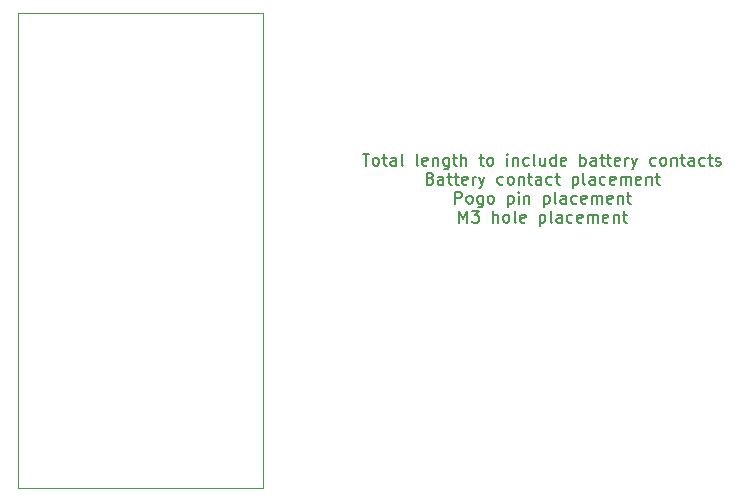
<source format=gbr>
%TF.GenerationSoftware,KiCad,Pcbnew,(6.0.9)*%
%TF.CreationDate,2022-12-23T14:19:27+01:00*%
%TF.ProjectId,Gigaset-Debug-Adapter,47696761-7365-4742-9d44-656275672d41,rev?*%
%TF.SameCoordinates,Original*%
%TF.FileFunction,Profile,NP*%
%FSLAX46Y46*%
G04 Gerber Fmt 4.6, Leading zero omitted, Abs format (unit mm)*
G04 Created by KiCad (PCBNEW (6.0.9)) date 2022-12-23 14:19:27*
%MOMM*%
%LPD*%
G01*
G04 APERTURE LIST*
%TA.AperFunction,Profile*%
%ADD10C,0.100000*%
%TD*%
%ADD11C,0.150000*%
G04 APERTURE END LIST*
D10*
X70680000Y-42250000D02*
X91400000Y-42250000D01*
X91400000Y-42250000D02*
X91400000Y-82450000D01*
X91400000Y-82450000D02*
X70680000Y-82450000D01*
X70680000Y-82450000D02*
X70680000Y-42250000D01*
D11*
X99847714Y-54187380D02*
X100419142Y-54187380D01*
X100133428Y-55187380D02*
X100133428Y-54187380D01*
X100895333Y-55187380D02*
X100800095Y-55139761D01*
X100752476Y-55092142D01*
X100704857Y-54996904D01*
X100704857Y-54711190D01*
X100752476Y-54615952D01*
X100800095Y-54568333D01*
X100895333Y-54520714D01*
X101038190Y-54520714D01*
X101133428Y-54568333D01*
X101181047Y-54615952D01*
X101228666Y-54711190D01*
X101228666Y-54996904D01*
X101181047Y-55092142D01*
X101133428Y-55139761D01*
X101038190Y-55187380D01*
X100895333Y-55187380D01*
X101514380Y-54520714D02*
X101895333Y-54520714D01*
X101657238Y-54187380D02*
X101657238Y-55044523D01*
X101704857Y-55139761D01*
X101800095Y-55187380D01*
X101895333Y-55187380D01*
X102657238Y-55187380D02*
X102657238Y-54663571D01*
X102609619Y-54568333D01*
X102514380Y-54520714D01*
X102323904Y-54520714D01*
X102228666Y-54568333D01*
X102657238Y-55139761D02*
X102561999Y-55187380D01*
X102323904Y-55187380D01*
X102228666Y-55139761D01*
X102181047Y-55044523D01*
X102181047Y-54949285D01*
X102228666Y-54854047D01*
X102323904Y-54806428D01*
X102561999Y-54806428D01*
X102657238Y-54758809D01*
X103276285Y-55187380D02*
X103181047Y-55139761D01*
X103133428Y-55044523D01*
X103133428Y-54187380D01*
X104561999Y-55187380D02*
X104466761Y-55139761D01*
X104419142Y-55044523D01*
X104419142Y-54187380D01*
X105323904Y-55139761D02*
X105228666Y-55187380D01*
X105038190Y-55187380D01*
X104942952Y-55139761D01*
X104895333Y-55044523D01*
X104895333Y-54663571D01*
X104942952Y-54568333D01*
X105038190Y-54520714D01*
X105228666Y-54520714D01*
X105323904Y-54568333D01*
X105371523Y-54663571D01*
X105371523Y-54758809D01*
X104895333Y-54854047D01*
X105800095Y-54520714D02*
X105800095Y-55187380D01*
X105800095Y-54615952D02*
X105847714Y-54568333D01*
X105942952Y-54520714D01*
X106085809Y-54520714D01*
X106181047Y-54568333D01*
X106228666Y-54663571D01*
X106228666Y-55187380D01*
X107133428Y-54520714D02*
X107133428Y-55330238D01*
X107085809Y-55425476D01*
X107038190Y-55473095D01*
X106942952Y-55520714D01*
X106800095Y-55520714D01*
X106704857Y-55473095D01*
X107133428Y-55139761D02*
X107038190Y-55187380D01*
X106847714Y-55187380D01*
X106752476Y-55139761D01*
X106704857Y-55092142D01*
X106657238Y-54996904D01*
X106657238Y-54711190D01*
X106704857Y-54615952D01*
X106752476Y-54568333D01*
X106847714Y-54520714D01*
X107038190Y-54520714D01*
X107133428Y-54568333D01*
X107466761Y-54520714D02*
X107847714Y-54520714D01*
X107609619Y-54187380D02*
X107609619Y-55044523D01*
X107657238Y-55139761D01*
X107752476Y-55187380D01*
X107847714Y-55187380D01*
X108181047Y-55187380D02*
X108181047Y-54187380D01*
X108609619Y-55187380D02*
X108609619Y-54663571D01*
X108561999Y-54568333D01*
X108466761Y-54520714D01*
X108323904Y-54520714D01*
X108228666Y-54568333D01*
X108181047Y-54615952D01*
X109704857Y-54520714D02*
X110085809Y-54520714D01*
X109847714Y-54187380D02*
X109847714Y-55044523D01*
X109895333Y-55139761D01*
X109990571Y-55187380D01*
X110085809Y-55187380D01*
X110561999Y-55187380D02*
X110466761Y-55139761D01*
X110419142Y-55092142D01*
X110371523Y-54996904D01*
X110371523Y-54711190D01*
X110419142Y-54615952D01*
X110466761Y-54568333D01*
X110561999Y-54520714D01*
X110704857Y-54520714D01*
X110800095Y-54568333D01*
X110847714Y-54615952D01*
X110895333Y-54711190D01*
X110895333Y-54996904D01*
X110847714Y-55092142D01*
X110800095Y-55139761D01*
X110704857Y-55187380D01*
X110561999Y-55187380D01*
X112085809Y-55187380D02*
X112085809Y-54520714D01*
X112085809Y-54187380D02*
X112038190Y-54235000D01*
X112085809Y-54282619D01*
X112133428Y-54235000D01*
X112085809Y-54187380D01*
X112085809Y-54282619D01*
X112561999Y-54520714D02*
X112561999Y-55187380D01*
X112561999Y-54615952D02*
X112609619Y-54568333D01*
X112704857Y-54520714D01*
X112847714Y-54520714D01*
X112942952Y-54568333D01*
X112990571Y-54663571D01*
X112990571Y-55187380D01*
X113895333Y-55139761D02*
X113800095Y-55187380D01*
X113609619Y-55187380D01*
X113514380Y-55139761D01*
X113466761Y-55092142D01*
X113419142Y-54996904D01*
X113419142Y-54711190D01*
X113466761Y-54615952D01*
X113514380Y-54568333D01*
X113609619Y-54520714D01*
X113800095Y-54520714D01*
X113895333Y-54568333D01*
X114466761Y-55187380D02*
X114371523Y-55139761D01*
X114323904Y-55044523D01*
X114323904Y-54187380D01*
X115276285Y-54520714D02*
X115276285Y-55187380D01*
X114847714Y-54520714D02*
X114847714Y-55044523D01*
X114895333Y-55139761D01*
X114990571Y-55187380D01*
X115133428Y-55187380D01*
X115228666Y-55139761D01*
X115276285Y-55092142D01*
X116181047Y-55187380D02*
X116181047Y-54187380D01*
X116181047Y-55139761D02*
X116085809Y-55187380D01*
X115895333Y-55187380D01*
X115800095Y-55139761D01*
X115752476Y-55092142D01*
X115704857Y-54996904D01*
X115704857Y-54711190D01*
X115752476Y-54615952D01*
X115800095Y-54568333D01*
X115895333Y-54520714D01*
X116085809Y-54520714D01*
X116181047Y-54568333D01*
X117038190Y-55139761D02*
X116942952Y-55187380D01*
X116752476Y-55187380D01*
X116657238Y-55139761D01*
X116609619Y-55044523D01*
X116609619Y-54663571D01*
X116657238Y-54568333D01*
X116752476Y-54520714D01*
X116942952Y-54520714D01*
X117038190Y-54568333D01*
X117085809Y-54663571D01*
X117085809Y-54758809D01*
X116609619Y-54854047D01*
X118276285Y-55187380D02*
X118276285Y-54187380D01*
X118276285Y-54568333D02*
X118371523Y-54520714D01*
X118561999Y-54520714D01*
X118657238Y-54568333D01*
X118704857Y-54615952D01*
X118752476Y-54711190D01*
X118752476Y-54996904D01*
X118704857Y-55092142D01*
X118657238Y-55139761D01*
X118561999Y-55187380D01*
X118371523Y-55187380D01*
X118276285Y-55139761D01*
X119609619Y-55187380D02*
X119609619Y-54663571D01*
X119561999Y-54568333D01*
X119466761Y-54520714D01*
X119276285Y-54520714D01*
X119181047Y-54568333D01*
X119609619Y-55139761D02*
X119514380Y-55187380D01*
X119276285Y-55187380D01*
X119181047Y-55139761D01*
X119133428Y-55044523D01*
X119133428Y-54949285D01*
X119181047Y-54854047D01*
X119276285Y-54806428D01*
X119514380Y-54806428D01*
X119609619Y-54758809D01*
X119942952Y-54520714D02*
X120323904Y-54520714D01*
X120085809Y-54187380D02*
X120085809Y-55044523D01*
X120133428Y-55139761D01*
X120228666Y-55187380D01*
X120323904Y-55187380D01*
X120514380Y-54520714D02*
X120895333Y-54520714D01*
X120657238Y-54187380D02*
X120657238Y-55044523D01*
X120704857Y-55139761D01*
X120800095Y-55187380D01*
X120895333Y-55187380D01*
X121609619Y-55139761D02*
X121514380Y-55187380D01*
X121323904Y-55187380D01*
X121228666Y-55139761D01*
X121181047Y-55044523D01*
X121181047Y-54663571D01*
X121228666Y-54568333D01*
X121323904Y-54520714D01*
X121514380Y-54520714D01*
X121609619Y-54568333D01*
X121657238Y-54663571D01*
X121657238Y-54758809D01*
X121181047Y-54854047D01*
X122085809Y-55187380D02*
X122085809Y-54520714D01*
X122085809Y-54711190D02*
X122133428Y-54615952D01*
X122181047Y-54568333D01*
X122276285Y-54520714D01*
X122371523Y-54520714D01*
X122609619Y-54520714D02*
X122847714Y-55187380D01*
X123085809Y-54520714D02*
X122847714Y-55187380D01*
X122752476Y-55425476D01*
X122704857Y-55473095D01*
X122609619Y-55520714D01*
X124657238Y-55139761D02*
X124561999Y-55187380D01*
X124371523Y-55187380D01*
X124276285Y-55139761D01*
X124228666Y-55092142D01*
X124181047Y-54996904D01*
X124181047Y-54711190D01*
X124228666Y-54615952D01*
X124276285Y-54568333D01*
X124371523Y-54520714D01*
X124561999Y-54520714D01*
X124657238Y-54568333D01*
X125228666Y-55187380D02*
X125133428Y-55139761D01*
X125085809Y-55092142D01*
X125038190Y-54996904D01*
X125038190Y-54711190D01*
X125085809Y-54615952D01*
X125133428Y-54568333D01*
X125228666Y-54520714D01*
X125371523Y-54520714D01*
X125466761Y-54568333D01*
X125514380Y-54615952D01*
X125561999Y-54711190D01*
X125561999Y-54996904D01*
X125514380Y-55092142D01*
X125466761Y-55139761D01*
X125371523Y-55187380D01*
X125228666Y-55187380D01*
X125990571Y-54520714D02*
X125990571Y-55187380D01*
X125990571Y-54615952D02*
X126038190Y-54568333D01*
X126133428Y-54520714D01*
X126276285Y-54520714D01*
X126371523Y-54568333D01*
X126419142Y-54663571D01*
X126419142Y-55187380D01*
X126752476Y-54520714D02*
X127133428Y-54520714D01*
X126895333Y-54187380D02*
X126895333Y-55044523D01*
X126942952Y-55139761D01*
X127038190Y-55187380D01*
X127133428Y-55187380D01*
X127895333Y-55187380D02*
X127895333Y-54663571D01*
X127847714Y-54568333D01*
X127752476Y-54520714D01*
X127561999Y-54520714D01*
X127466761Y-54568333D01*
X127895333Y-55139761D02*
X127800095Y-55187380D01*
X127561999Y-55187380D01*
X127466761Y-55139761D01*
X127419142Y-55044523D01*
X127419142Y-54949285D01*
X127466761Y-54854047D01*
X127561999Y-54806428D01*
X127800095Y-54806428D01*
X127895333Y-54758809D01*
X128800095Y-55139761D02*
X128704857Y-55187380D01*
X128514380Y-55187380D01*
X128419142Y-55139761D01*
X128371523Y-55092142D01*
X128323904Y-54996904D01*
X128323904Y-54711190D01*
X128371523Y-54615952D01*
X128419142Y-54568333D01*
X128514380Y-54520714D01*
X128704857Y-54520714D01*
X128800095Y-54568333D01*
X129085809Y-54520714D02*
X129466761Y-54520714D01*
X129228666Y-54187380D02*
X129228666Y-55044523D01*
X129276285Y-55139761D01*
X129371523Y-55187380D01*
X129466761Y-55187380D01*
X129752476Y-55139761D02*
X129847714Y-55187380D01*
X130038190Y-55187380D01*
X130133428Y-55139761D01*
X130181047Y-55044523D01*
X130181047Y-54996904D01*
X130133428Y-54901666D01*
X130038190Y-54854047D01*
X129895333Y-54854047D01*
X129800095Y-54806428D01*
X129752476Y-54711190D01*
X129752476Y-54663571D01*
X129800095Y-54568333D01*
X129895333Y-54520714D01*
X130038190Y-54520714D01*
X130133428Y-54568333D01*
X105585809Y-56273571D02*
X105728666Y-56321190D01*
X105776285Y-56368809D01*
X105823904Y-56464047D01*
X105823904Y-56606904D01*
X105776285Y-56702142D01*
X105728666Y-56749761D01*
X105633428Y-56797380D01*
X105252476Y-56797380D01*
X105252476Y-55797380D01*
X105585809Y-55797380D01*
X105681047Y-55845000D01*
X105728666Y-55892619D01*
X105776285Y-55987857D01*
X105776285Y-56083095D01*
X105728666Y-56178333D01*
X105681047Y-56225952D01*
X105585809Y-56273571D01*
X105252476Y-56273571D01*
X106681047Y-56797380D02*
X106681047Y-56273571D01*
X106633428Y-56178333D01*
X106538190Y-56130714D01*
X106347714Y-56130714D01*
X106252476Y-56178333D01*
X106681047Y-56749761D02*
X106585809Y-56797380D01*
X106347714Y-56797380D01*
X106252476Y-56749761D01*
X106204857Y-56654523D01*
X106204857Y-56559285D01*
X106252476Y-56464047D01*
X106347714Y-56416428D01*
X106585809Y-56416428D01*
X106681047Y-56368809D01*
X107014380Y-56130714D02*
X107395333Y-56130714D01*
X107157238Y-55797380D02*
X107157238Y-56654523D01*
X107204857Y-56749761D01*
X107300095Y-56797380D01*
X107395333Y-56797380D01*
X107585809Y-56130714D02*
X107966761Y-56130714D01*
X107728666Y-55797380D02*
X107728666Y-56654523D01*
X107776285Y-56749761D01*
X107871523Y-56797380D01*
X107966761Y-56797380D01*
X108681047Y-56749761D02*
X108585809Y-56797380D01*
X108395333Y-56797380D01*
X108300095Y-56749761D01*
X108252476Y-56654523D01*
X108252476Y-56273571D01*
X108300095Y-56178333D01*
X108395333Y-56130714D01*
X108585809Y-56130714D01*
X108681047Y-56178333D01*
X108728666Y-56273571D01*
X108728666Y-56368809D01*
X108252476Y-56464047D01*
X109157238Y-56797380D02*
X109157238Y-56130714D01*
X109157238Y-56321190D02*
X109204857Y-56225952D01*
X109252476Y-56178333D01*
X109347714Y-56130714D01*
X109442952Y-56130714D01*
X109681047Y-56130714D02*
X109919142Y-56797380D01*
X110157238Y-56130714D02*
X109919142Y-56797380D01*
X109823904Y-57035476D01*
X109776285Y-57083095D01*
X109681047Y-57130714D01*
X111728666Y-56749761D02*
X111633428Y-56797380D01*
X111442952Y-56797380D01*
X111347714Y-56749761D01*
X111300095Y-56702142D01*
X111252476Y-56606904D01*
X111252476Y-56321190D01*
X111300095Y-56225952D01*
X111347714Y-56178333D01*
X111442952Y-56130714D01*
X111633428Y-56130714D01*
X111728666Y-56178333D01*
X112300095Y-56797380D02*
X112204857Y-56749761D01*
X112157238Y-56702142D01*
X112109619Y-56606904D01*
X112109619Y-56321190D01*
X112157238Y-56225952D01*
X112204857Y-56178333D01*
X112300095Y-56130714D01*
X112442952Y-56130714D01*
X112538190Y-56178333D01*
X112585809Y-56225952D01*
X112633428Y-56321190D01*
X112633428Y-56606904D01*
X112585809Y-56702142D01*
X112538190Y-56749761D01*
X112442952Y-56797380D01*
X112300095Y-56797380D01*
X113062000Y-56130714D02*
X113062000Y-56797380D01*
X113062000Y-56225952D02*
X113109619Y-56178333D01*
X113204857Y-56130714D01*
X113347714Y-56130714D01*
X113442952Y-56178333D01*
X113490571Y-56273571D01*
X113490571Y-56797380D01*
X113823904Y-56130714D02*
X114204857Y-56130714D01*
X113966761Y-55797380D02*
X113966761Y-56654523D01*
X114014380Y-56749761D01*
X114109619Y-56797380D01*
X114204857Y-56797380D01*
X114966761Y-56797380D02*
X114966761Y-56273571D01*
X114919142Y-56178333D01*
X114823904Y-56130714D01*
X114633428Y-56130714D01*
X114538190Y-56178333D01*
X114966761Y-56749761D02*
X114871523Y-56797380D01*
X114633428Y-56797380D01*
X114538190Y-56749761D01*
X114490571Y-56654523D01*
X114490571Y-56559285D01*
X114538190Y-56464047D01*
X114633428Y-56416428D01*
X114871523Y-56416428D01*
X114966761Y-56368809D01*
X115871523Y-56749761D02*
X115776285Y-56797380D01*
X115585809Y-56797380D01*
X115490571Y-56749761D01*
X115442952Y-56702142D01*
X115395333Y-56606904D01*
X115395333Y-56321190D01*
X115442952Y-56225952D01*
X115490571Y-56178333D01*
X115585809Y-56130714D01*
X115776285Y-56130714D01*
X115871523Y-56178333D01*
X116157238Y-56130714D02*
X116538190Y-56130714D01*
X116300095Y-55797380D02*
X116300095Y-56654523D01*
X116347714Y-56749761D01*
X116442952Y-56797380D01*
X116538190Y-56797380D01*
X117633428Y-56130714D02*
X117633428Y-57130714D01*
X117633428Y-56178333D02*
X117728666Y-56130714D01*
X117919142Y-56130714D01*
X118014380Y-56178333D01*
X118062000Y-56225952D01*
X118109619Y-56321190D01*
X118109619Y-56606904D01*
X118062000Y-56702142D01*
X118014380Y-56749761D01*
X117919142Y-56797380D01*
X117728666Y-56797380D01*
X117633428Y-56749761D01*
X118681047Y-56797380D02*
X118585809Y-56749761D01*
X118538190Y-56654523D01*
X118538190Y-55797380D01*
X119490571Y-56797380D02*
X119490571Y-56273571D01*
X119442952Y-56178333D01*
X119347714Y-56130714D01*
X119157238Y-56130714D01*
X119062000Y-56178333D01*
X119490571Y-56749761D02*
X119395333Y-56797380D01*
X119157238Y-56797380D01*
X119062000Y-56749761D01*
X119014380Y-56654523D01*
X119014380Y-56559285D01*
X119062000Y-56464047D01*
X119157238Y-56416428D01*
X119395333Y-56416428D01*
X119490571Y-56368809D01*
X120395333Y-56749761D02*
X120300095Y-56797380D01*
X120109619Y-56797380D01*
X120014380Y-56749761D01*
X119966761Y-56702142D01*
X119919142Y-56606904D01*
X119919142Y-56321190D01*
X119966761Y-56225952D01*
X120014380Y-56178333D01*
X120109619Y-56130714D01*
X120300095Y-56130714D01*
X120395333Y-56178333D01*
X121204857Y-56749761D02*
X121109619Y-56797380D01*
X120919142Y-56797380D01*
X120823904Y-56749761D01*
X120776285Y-56654523D01*
X120776285Y-56273571D01*
X120823904Y-56178333D01*
X120919142Y-56130714D01*
X121109619Y-56130714D01*
X121204857Y-56178333D01*
X121252476Y-56273571D01*
X121252476Y-56368809D01*
X120776285Y-56464047D01*
X121681047Y-56797380D02*
X121681047Y-56130714D01*
X121681047Y-56225952D02*
X121728666Y-56178333D01*
X121823904Y-56130714D01*
X121966761Y-56130714D01*
X122062000Y-56178333D01*
X122109619Y-56273571D01*
X122109619Y-56797380D01*
X122109619Y-56273571D02*
X122157238Y-56178333D01*
X122252476Y-56130714D01*
X122395333Y-56130714D01*
X122490571Y-56178333D01*
X122538190Y-56273571D01*
X122538190Y-56797380D01*
X123395333Y-56749761D02*
X123300095Y-56797380D01*
X123109619Y-56797380D01*
X123014380Y-56749761D01*
X122966761Y-56654523D01*
X122966761Y-56273571D01*
X123014380Y-56178333D01*
X123109619Y-56130714D01*
X123300095Y-56130714D01*
X123395333Y-56178333D01*
X123442952Y-56273571D01*
X123442952Y-56368809D01*
X122966761Y-56464047D01*
X123871523Y-56130714D02*
X123871523Y-56797380D01*
X123871523Y-56225952D02*
X123919142Y-56178333D01*
X124014380Y-56130714D01*
X124157238Y-56130714D01*
X124252476Y-56178333D01*
X124300095Y-56273571D01*
X124300095Y-56797380D01*
X124633428Y-56130714D02*
X125014380Y-56130714D01*
X124776285Y-55797380D02*
X124776285Y-56654523D01*
X124823904Y-56749761D01*
X124919142Y-56797380D01*
X125014380Y-56797380D01*
X107681047Y-58407380D02*
X107681047Y-57407380D01*
X108061999Y-57407380D01*
X108157238Y-57455000D01*
X108204857Y-57502619D01*
X108252476Y-57597857D01*
X108252476Y-57740714D01*
X108204857Y-57835952D01*
X108157238Y-57883571D01*
X108061999Y-57931190D01*
X107681047Y-57931190D01*
X108823904Y-58407380D02*
X108728666Y-58359761D01*
X108681047Y-58312142D01*
X108633428Y-58216904D01*
X108633428Y-57931190D01*
X108681047Y-57835952D01*
X108728666Y-57788333D01*
X108823904Y-57740714D01*
X108966761Y-57740714D01*
X109061999Y-57788333D01*
X109109619Y-57835952D01*
X109157238Y-57931190D01*
X109157238Y-58216904D01*
X109109619Y-58312142D01*
X109061999Y-58359761D01*
X108966761Y-58407380D01*
X108823904Y-58407380D01*
X110014380Y-57740714D02*
X110014380Y-58550238D01*
X109966761Y-58645476D01*
X109919142Y-58693095D01*
X109823904Y-58740714D01*
X109681047Y-58740714D01*
X109585809Y-58693095D01*
X110014380Y-58359761D02*
X109919142Y-58407380D01*
X109728666Y-58407380D01*
X109633428Y-58359761D01*
X109585809Y-58312142D01*
X109538190Y-58216904D01*
X109538190Y-57931190D01*
X109585809Y-57835952D01*
X109633428Y-57788333D01*
X109728666Y-57740714D01*
X109919142Y-57740714D01*
X110014380Y-57788333D01*
X110633428Y-58407380D02*
X110538190Y-58359761D01*
X110490571Y-58312142D01*
X110442952Y-58216904D01*
X110442952Y-57931190D01*
X110490571Y-57835952D01*
X110538190Y-57788333D01*
X110633428Y-57740714D01*
X110776285Y-57740714D01*
X110871523Y-57788333D01*
X110919142Y-57835952D01*
X110966761Y-57931190D01*
X110966761Y-58216904D01*
X110919142Y-58312142D01*
X110871523Y-58359761D01*
X110776285Y-58407380D01*
X110633428Y-58407380D01*
X112157238Y-57740714D02*
X112157238Y-58740714D01*
X112157238Y-57788333D02*
X112252476Y-57740714D01*
X112442952Y-57740714D01*
X112538190Y-57788333D01*
X112585809Y-57835952D01*
X112633428Y-57931190D01*
X112633428Y-58216904D01*
X112585809Y-58312142D01*
X112538190Y-58359761D01*
X112442952Y-58407380D01*
X112252476Y-58407380D01*
X112157238Y-58359761D01*
X113061999Y-58407380D02*
X113061999Y-57740714D01*
X113061999Y-57407380D02*
X113014380Y-57455000D01*
X113061999Y-57502619D01*
X113109619Y-57455000D01*
X113061999Y-57407380D01*
X113061999Y-57502619D01*
X113538190Y-57740714D02*
X113538190Y-58407380D01*
X113538190Y-57835952D02*
X113585809Y-57788333D01*
X113681047Y-57740714D01*
X113823904Y-57740714D01*
X113919142Y-57788333D01*
X113966761Y-57883571D01*
X113966761Y-58407380D01*
X115204857Y-57740714D02*
X115204857Y-58740714D01*
X115204857Y-57788333D02*
X115300095Y-57740714D01*
X115490571Y-57740714D01*
X115585809Y-57788333D01*
X115633428Y-57835952D01*
X115681047Y-57931190D01*
X115681047Y-58216904D01*
X115633428Y-58312142D01*
X115585809Y-58359761D01*
X115490571Y-58407380D01*
X115300095Y-58407380D01*
X115204857Y-58359761D01*
X116252476Y-58407380D02*
X116157238Y-58359761D01*
X116109619Y-58264523D01*
X116109619Y-57407380D01*
X117061999Y-58407380D02*
X117061999Y-57883571D01*
X117014380Y-57788333D01*
X116919142Y-57740714D01*
X116728666Y-57740714D01*
X116633428Y-57788333D01*
X117061999Y-58359761D02*
X116966761Y-58407380D01*
X116728666Y-58407380D01*
X116633428Y-58359761D01*
X116585809Y-58264523D01*
X116585809Y-58169285D01*
X116633428Y-58074047D01*
X116728666Y-58026428D01*
X116966761Y-58026428D01*
X117061999Y-57978809D01*
X117966761Y-58359761D02*
X117871523Y-58407380D01*
X117681047Y-58407380D01*
X117585809Y-58359761D01*
X117538190Y-58312142D01*
X117490571Y-58216904D01*
X117490571Y-57931190D01*
X117538190Y-57835952D01*
X117585809Y-57788333D01*
X117681047Y-57740714D01*
X117871523Y-57740714D01*
X117966761Y-57788333D01*
X118776285Y-58359761D02*
X118681047Y-58407380D01*
X118490571Y-58407380D01*
X118395333Y-58359761D01*
X118347714Y-58264523D01*
X118347714Y-57883571D01*
X118395333Y-57788333D01*
X118490571Y-57740714D01*
X118681047Y-57740714D01*
X118776285Y-57788333D01*
X118823904Y-57883571D01*
X118823904Y-57978809D01*
X118347714Y-58074047D01*
X119252476Y-58407380D02*
X119252476Y-57740714D01*
X119252476Y-57835952D02*
X119300095Y-57788333D01*
X119395333Y-57740714D01*
X119538190Y-57740714D01*
X119633428Y-57788333D01*
X119681047Y-57883571D01*
X119681047Y-58407380D01*
X119681047Y-57883571D02*
X119728666Y-57788333D01*
X119823904Y-57740714D01*
X119966761Y-57740714D01*
X120061999Y-57788333D01*
X120109619Y-57883571D01*
X120109619Y-58407380D01*
X120966761Y-58359761D02*
X120871523Y-58407380D01*
X120681047Y-58407380D01*
X120585809Y-58359761D01*
X120538190Y-58264523D01*
X120538190Y-57883571D01*
X120585809Y-57788333D01*
X120681047Y-57740714D01*
X120871523Y-57740714D01*
X120966761Y-57788333D01*
X121014380Y-57883571D01*
X121014380Y-57978809D01*
X120538190Y-58074047D01*
X121442952Y-57740714D02*
X121442952Y-58407380D01*
X121442952Y-57835952D02*
X121490571Y-57788333D01*
X121585809Y-57740714D01*
X121728666Y-57740714D01*
X121823904Y-57788333D01*
X121871523Y-57883571D01*
X121871523Y-58407380D01*
X122204857Y-57740714D02*
X122585809Y-57740714D01*
X122347714Y-57407380D02*
X122347714Y-58264523D01*
X122395333Y-58359761D01*
X122490571Y-58407380D01*
X122585809Y-58407380D01*
X108038190Y-60017380D02*
X108038190Y-59017380D01*
X108371523Y-59731666D01*
X108704857Y-59017380D01*
X108704857Y-60017380D01*
X109085809Y-59017380D02*
X109704857Y-59017380D01*
X109371523Y-59398333D01*
X109514380Y-59398333D01*
X109609619Y-59445952D01*
X109657238Y-59493571D01*
X109704857Y-59588809D01*
X109704857Y-59826904D01*
X109657238Y-59922142D01*
X109609619Y-59969761D01*
X109514380Y-60017380D01*
X109228666Y-60017380D01*
X109133428Y-59969761D01*
X109085809Y-59922142D01*
X110895333Y-60017380D02*
X110895333Y-59017380D01*
X111323904Y-60017380D02*
X111323904Y-59493571D01*
X111276285Y-59398333D01*
X111181047Y-59350714D01*
X111038190Y-59350714D01*
X110942952Y-59398333D01*
X110895333Y-59445952D01*
X111942952Y-60017380D02*
X111847714Y-59969761D01*
X111800095Y-59922142D01*
X111752476Y-59826904D01*
X111752476Y-59541190D01*
X111800095Y-59445952D01*
X111847714Y-59398333D01*
X111942952Y-59350714D01*
X112085809Y-59350714D01*
X112181047Y-59398333D01*
X112228666Y-59445952D01*
X112276285Y-59541190D01*
X112276285Y-59826904D01*
X112228666Y-59922142D01*
X112181047Y-59969761D01*
X112085809Y-60017380D01*
X111942952Y-60017380D01*
X112847714Y-60017380D02*
X112752476Y-59969761D01*
X112704857Y-59874523D01*
X112704857Y-59017380D01*
X113609619Y-59969761D02*
X113514380Y-60017380D01*
X113323904Y-60017380D01*
X113228666Y-59969761D01*
X113181047Y-59874523D01*
X113181047Y-59493571D01*
X113228666Y-59398333D01*
X113323904Y-59350714D01*
X113514380Y-59350714D01*
X113609619Y-59398333D01*
X113657238Y-59493571D01*
X113657238Y-59588809D01*
X113181047Y-59684047D01*
X114847714Y-59350714D02*
X114847714Y-60350714D01*
X114847714Y-59398333D02*
X114942952Y-59350714D01*
X115133428Y-59350714D01*
X115228666Y-59398333D01*
X115276285Y-59445952D01*
X115323904Y-59541190D01*
X115323904Y-59826904D01*
X115276285Y-59922142D01*
X115228666Y-59969761D01*
X115133428Y-60017380D01*
X114942952Y-60017380D01*
X114847714Y-59969761D01*
X115895333Y-60017380D02*
X115800095Y-59969761D01*
X115752476Y-59874523D01*
X115752476Y-59017380D01*
X116704857Y-60017380D02*
X116704857Y-59493571D01*
X116657238Y-59398333D01*
X116562000Y-59350714D01*
X116371523Y-59350714D01*
X116276285Y-59398333D01*
X116704857Y-59969761D02*
X116609619Y-60017380D01*
X116371523Y-60017380D01*
X116276285Y-59969761D01*
X116228666Y-59874523D01*
X116228666Y-59779285D01*
X116276285Y-59684047D01*
X116371523Y-59636428D01*
X116609619Y-59636428D01*
X116704857Y-59588809D01*
X117609619Y-59969761D02*
X117514380Y-60017380D01*
X117323904Y-60017380D01*
X117228666Y-59969761D01*
X117181047Y-59922142D01*
X117133428Y-59826904D01*
X117133428Y-59541190D01*
X117181047Y-59445952D01*
X117228666Y-59398333D01*
X117323904Y-59350714D01*
X117514380Y-59350714D01*
X117609619Y-59398333D01*
X118419142Y-59969761D02*
X118323904Y-60017380D01*
X118133428Y-60017380D01*
X118038190Y-59969761D01*
X117990571Y-59874523D01*
X117990571Y-59493571D01*
X118038190Y-59398333D01*
X118133428Y-59350714D01*
X118323904Y-59350714D01*
X118419142Y-59398333D01*
X118466761Y-59493571D01*
X118466761Y-59588809D01*
X117990571Y-59684047D01*
X118895333Y-60017380D02*
X118895333Y-59350714D01*
X118895333Y-59445952D02*
X118942952Y-59398333D01*
X119038190Y-59350714D01*
X119181047Y-59350714D01*
X119276285Y-59398333D01*
X119323904Y-59493571D01*
X119323904Y-60017380D01*
X119323904Y-59493571D02*
X119371523Y-59398333D01*
X119466761Y-59350714D01*
X119609619Y-59350714D01*
X119704857Y-59398333D01*
X119752476Y-59493571D01*
X119752476Y-60017380D01*
X120609619Y-59969761D02*
X120514380Y-60017380D01*
X120323904Y-60017380D01*
X120228666Y-59969761D01*
X120181047Y-59874523D01*
X120181047Y-59493571D01*
X120228666Y-59398333D01*
X120323904Y-59350714D01*
X120514380Y-59350714D01*
X120609619Y-59398333D01*
X120657238Y-59493571D01*
X120657238Y-59588809D01*
X120181047Y-59684047D01*
X121085809Y-59350714D02*
X121085809Y-60017380D01*
X121085809Y-59445952D02*
X121133428Y-59398333D01*
X121228666Y-59350714D01*
X121371523Y-59350714D01*
X121466761Y-59398333D01*
X121514380Y-59493571D01*
X121514380Y-60017380D01*
X121847714Y-59350714D02*
X122228666Y-59350714D01*
X121990571Y-59017380D02*
X121990571Y-59874523D01*
X122038190Y-59969761D01*
X122133428Y-60017380D01*
X122228666Y-60017380D01*
M02*

</source>
